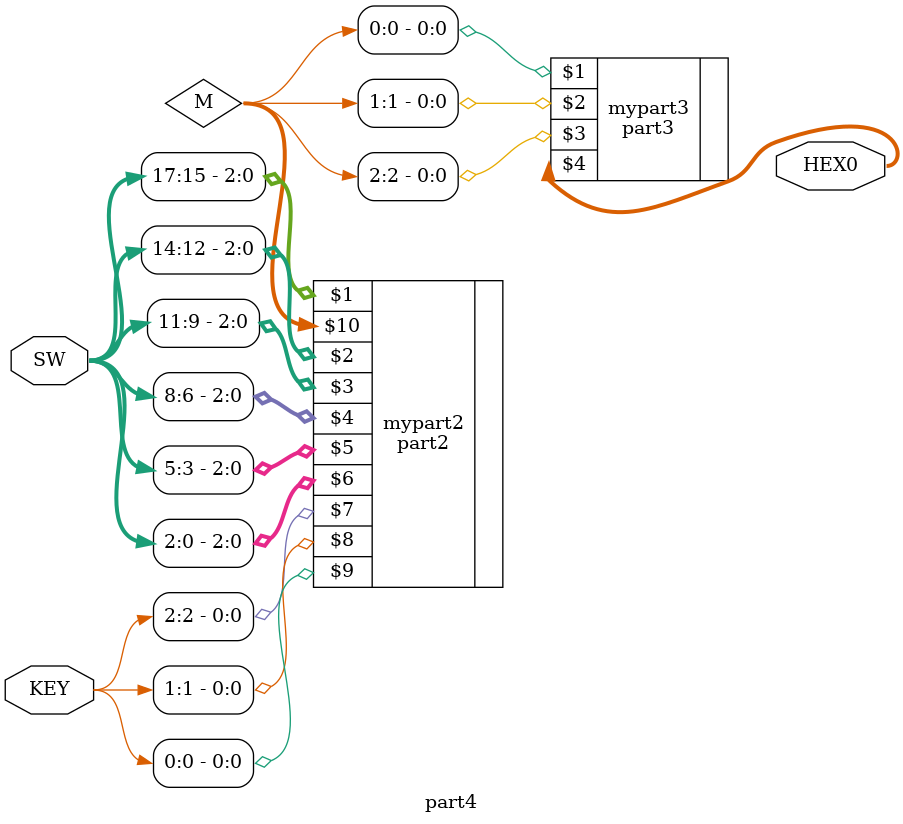
<source format=v>
module part4(SW,KEY,HEX0);
	input [2:0] KEY;
	input [17:0] SW;
	output [6:0] HEX0;
	wire [2:0] M;
	part2 mypart2 (SW[17:15],SW[14:12],SW[11:9],SW[8:6],SW[5:3],SW[2:0],KEY[2],KEY[1],KEY[0],M);
	part3 mypart3 (M[0],M[1],M[2],HEX0);
	
endmodule
</source>
